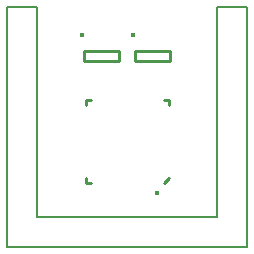
<source format=gbo>
G04 DipTrace 2.4.0.2*
%INcleduino_V1_finial_BottomSilk.gbr*%
%MOIN*%
%ADD10C,0.0098*%
%ADD14C,0.008*%
%ADD16C,0.0158*%
%ADD25C,0.0154*%
%FSLAX44Y44*%
G04*
G70*
G90*
G75*
G01*
%LNBotSilk*%
%LPD*%
X9518Y8860D2*
D10*
Y9018D1*
X9360D1*
X6762Y8860D2*
Y9018D1*
X6920D2*
X6762D1*
Y6261D2*
Y6418D1*
X6920Y6261D2*
X6762D1*
D16*
X9124Y5946D3*
X9518Y6418D2*
D10*
X9360Y6261D1*
D25*
X6647Y11188D3*
X6699Y10648D2*
D10*
X7881D1*
X6699Y10333D2*
X7881D1*
Y10648D2*
Y10333D1*
X6699Y10648D2*
Y10333D1*
D25*
X8347Y11188D3*
X8399Y10648D2*
D10*
X9581D1*
X8399Y10333D2*
X9581D1*
Y10648D2*
Y10333D1*
X8399Y10648D2*
Y10333D1*
X4140Y4140D2*
D14*
X12140D1*
X4140Y12140D2*
X5140D1*
X12140D2*
Y4140D1*
X5140Y12140D2*
Y5140D1*
X4140Y12140D2*
Y4140D1*
X11140Y12140D2*
X12140D1*
X11140D2*
Y5140D1*
X5140D2*
X11140D1*
M02*

</source>
